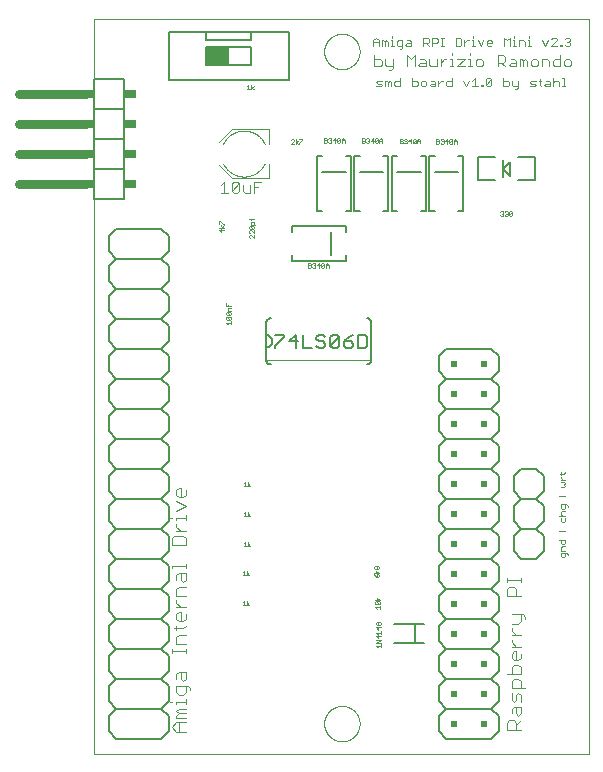
<source format=gto>
G75*
%MOIN*%
%OFA0B0*%
%FSLAX25Y25*%
%IPPOS*%
%LPD*%
%AMOC8*
5,1,8,0,0,1.08239X$1,22.5*
%
%ADD10C,0.00000*%
%ADD11C,0.00300*%
%ADD12C,0.00600*%
%ADD13C,0.00200*%
%ADD14C,0.00400*%
%ADD15C,0.00100*%
%ADD16C,0.00800*%
%ADD17C,0.00500*%
%ADD18C,0.03000*%
%ADD19R,0.02000X0.03000*%
%ADD20R,0.04000X0.03000*%
%ADD21R,0.02000X0.02000*%
%ADD22R,0.07500X0.06000*%
D10*
X0027500Y0001000D02*
X0027500Y0245961D01*
X0192500Y0246000D01*
X0192500Y0001000D01*
X0027500Y0001000D01*
X0104271Y0011000D02*
X0104273Y0011153D01*
X0104279Y0011307D01*
X0104289Y0011460D01*
X0104303Y0011612D01*
X0104321Y0011765D01*
X0104343Y0011916D01*
X0104368Y0012067D01*
X0104398Y0012218D01*
X0104432Y0012368D01*
X0104469Y0012516D01*
X0104510Y0012664D01*
X0104555Y0012810D01*
X0104604Y0012956D01*
X0104657Y0013100D01*
X0104713Y0013242D01*
X0104773Y0013383D01*
X0104837Y0013523D01*
X0104904Y0013661D01*
X0104975Y0013797D01*
X0105050Y0013931D01*
X0105127Y0014063D01*
X0105209Y0014193D01*
X0105293Y0014321D01*
X0105381Y0014447D01*
X0105472Y0014570D01*
X0105566Y0014691D01*
X0105664Y0014809D01*
X0105764Y0014925D01*
X0105868Y0015038D01*
X0105974Y0015149D01*
X0106083Y0015257D01*
X0106195Y0015362D01*
X0106309Y0015463D01*
X0106427Y0015562D01*
X0106546Y0015658D01*
X0106668Y0015751D01*
X0106793Y0015840D01*
X0106920Y0015927D01*
X0107049Y0016009D01*
X0107180Y0016089D01*
X0107313Y0016165D01*
X0107448Y0016238D01*
X0107585Y0016307D01*
X0107724Y0016372D01*
X0107864Y0016434D01*
X0108006Y0016492D01*
X0108149Y0016547D01*
X0108294Y0016598D01*
X0108440Y0016645D01*
X0108587Y0016688D01*
X0108735Y0016727D01*
X0108884Y0016763D01*
X0109034Y0016794D01*
X0109185Y0016822D01*
X0109336Y0016846D01*
X0109489Y0016866D01*
X0109641Y0016882D01*
X0109794Y0016894D01*
X0109947Y0016902D01*
X0110100Y0016906D01*
X0110254Y0016906D01*
X0110407Y0016902D01*
X0110560Y0016894D01*
X0110713Y0016882D01*
X0110865Y0016866D01*
X0111018Y0016846D01*
X0111169Y0016822D01*
X0111320Y0016794D01*
X0111470Y0016763D01*
X0111619Y0016727D01*
X0111767Y0016688D01*
X0111914Y0016645D01*
X0112060Y0016598D01*
X0112205Y0016547D01*
X0112348Y0016492D01*
X0112490Y0016434D01*
X0112630Y0016372D01*
X0112769Y0016307D01*
X0112906Y0016238D01*
X0113041Y0016165D01*
X0113174Y0016089D01*
X0113305Y0016009D01*
X0113434Y0015927D01*
X0113561Y0015840D01*
X0113686Y0015751D01*
X0113808Y0015658D01*
X0113927Y0015562D01*
X0114045Y0015463D01*
X0114159Y0015362D01*
X0114271Y0015257D01*
X0114380Y0015149D01*
X0114486Y0015038D01*
X0114590Y0014925D01*
X0114690Y0014809D01*
X0114788Y0014691D01*
X0114882Y0014570D01*
X0114973Y0014447D01*
X0115061Y0014321D01*
X0115145Y0014193D01*
X0115227Y0014063D01*
X0115304Y0013931D01*
X0115379Y0013797D01*
X0115450Y0013661D01*
X0115517Y0013523D01*
X0115581Y0013383D01*
X0115641Y0013242D01*
X0115697Y0013100D01*
X0115750Y0012956D01*
X0115799Y0012810D01*
X0115844Y0012664D01*
X0115885Y0012516D01*
X0115922Y0012368D01*
X0115956Y0012218D01*
X0115986Y0012067D01*
X0116011Y0011916D01*
X0116033Y0011765D01*
X0116051Y0011612D01*
X0116065Y0011460D01*
X0116075Y0011307D01*
X0116081Y0011153D01*
X0116083Y0011000D01*
X0116081Y0010847D01*
X0116075Y0010693D01*
X0116065Y0010540D01*
X0116051Y0010388D01*
X0116033Y0010235D01*
X0116011Y0010084D01*
X0115986Y0009933D01*
X0115956Y0009782D01*
X0115922Y0009632D01*
X0115885Y0009484D01*
X0115844Y0009336D01*
X0115799Y0009190D01*
X0115750Y0009044D01*
X0115697Y0008900D01*
X0115641Y0008758D01*
X0115581Y0008617D01*
X0115517Y0008477D01*
X0115450Y0008339D01*
X0115379Y0008203D01*
X0115304Y0008069D01*
X0115227Y0007937D01*
X0115145Y0007807D01*
X0115061Y0007679D01*
X0114973Y0007553D01*
X0114882Y0007430D01*
X0114788Y0007309D01*
X0114690Y0007191D01*
X0114590Y0007075D01*
X0114486Y0006962D01*
X0114380Y0006851D01*
X0114271Y0006743D01*
X0114159Y0006638D01*
X0114045Y0006537D01*
X0113927Y0006438D01*
X0113808Y0006342D01*
X0113686Y0006249D01*
X0113561Y0006160D01*
X0113434Y0006073D01*
X0113305Y0005991D01*
X0113174Y0005911D01*
X0113041Y0005835D01*
X0112906Y0005762D01*
X0112769Y0005693D01*
X0112630Y0005628D01*
X0112490Y0005566D01*
X0112348Y0005508D01*
X0112205Y0005453D01*
X0112060Y0005402D01*
X0111914Y0005355D01*
X0111767Y0005312D01*
X0111619Y0005273D01*
X0111470Y0005237D01*
X0111320Y0005206D01*
X0111169Y0005178D01*
X0111018Y0005154D01*
X0110865Y0005134D01*
X0110713Y0005118D01*
X0110560Y0005106D01*
X0110407Y0005098D01*
X0110254Y0005094D01*
X0110100Y0005094D01*
X0109947Y0005098D01*
X0109794Y0005106D01*
X0109641Y0005118D01*
X0109489Y0005134D01*
X0109336Y0005154D01*
X0109185Y0005178D01*
X0109034Y0005206D01*
X0108884Y0005237D01*
X0108735Y0005273D01*
X0108587Y0005312D01*
X0108440Y0005355D01*
X0108294Y0005402D01*
X0108149Y0005453D01*
X0108006Y0005508D01*
X0107864Y0005566D01*
X0107724Y0005628D01*
X0107585Y0005693D01*
X0107448Y0005762D01*
X0107313Y0005835D01*
X0107180Y0005911D01*
X0107049Y0005991D01*
X0106920Y0006073D01*
X0106793Y0006160D01*
X0106668Y0006249D01*
X0106546Y0006342D01*
X0106427Y0006438D01*
X0106309Y0006537D01*
X0106195Y0006638D01*
X0106083Y0006743D01*
X0105974Y0006851D01*
X0105868Y0006962D01*
X0105764Y0007075D01*
X0105664Y0007191D01*
X0105566Y0007309D01*
X0105472Y0007430D01*
X0105381Y0007553D01*
X0105293Y0007679D01*
X0105209Y0007807D01*
X0105127Y0007937D01*
X0105050Y0008069D01*
X0104975Y0008203D01*
X0104904Y0008339D01*
X0104837Y0008477D01*
X0104773Y0008617D01*
X0104713Y0008758D01*
X0104657Y0008900D01*
X0104604Y0009044D01*
X0104555Y0009190D01*
X0104510Y0009336D01*
X0104469Y0009484D01*
X0104432Y0009632D01*
X0104398Y0009782D01*
X0104368Y0009933D01*
X0104343Y0010084D01*
X0104321Y0010235D01*
X0104303Y0010388D01*
X0104289Y0010540D01*
X0104279Y0010693D01*
X0104273Y0010847D01*
X0104271Y0011000D01*
X0104271Y0235055D02*
X0104273Y0235208D01*
X0104279Y0235362D01*
X0104289Y0235515D01*
X0104303Y0235667D01*
X0104321Y0235820D01*
X0104343Y0235971D01*
X0104368Y0236122D01*
X0104398Y0236273D01*
X0104432Y0236423D01*
X0104469Y0236571D01*
X0104510Y0236719D01*
X0104555Y0236865D01*
X0104604Y0237011D01*
X0104657Y0237155D01*
X0104713Y0237297D01*
X0104773Y0237438D01*
X0104837Y0237578D01*
X0104904Y0237716D01*
X0104975Y0237852D01*
X0105050Y0237986D01*
X0105127Y0238118D01*
X0105209Y0238248D01*
X0105293Y0238376D01*
X0105381Y0238502D01*
X0105472Y0238625D01*
X0105566Y0238746D01*
X0105664Y0238864D01*
X0105764Y0238980D01*
X0105868Y0239093D01*
X0105974Y0239204D01*
X0106083Y0239312D01*
X0106195Y0239417D01*
X0106309Y0239518D01*
X0106427Y0239617D01*
X0106546Y0239713D01*
X0106668Y0239806D01*
X0106793Y0239895D01*
X0106920Y0239982D01*
X0107049Y0240064D01*
X0107180Y0240144D01*
X0107313Y0240220D01*
X0107448Y0240293D01*
X0107585Y0240362D01*
X0107724Y0240427D01*
X0107864Y0240489D01*
X0108006Y0240547D01*
X0108149Y0240602D01*
X0108294Y0240653D01*
X0108440Y0240700D01*
X0108587Y0240743D01*
X0108735Y0240782D01*
X0108884Y0240818D01*
X0109034Y0240849D01*
X0109185Y0240877D01*
X0109336Y0240901D01*
X0109489Y0240921D01*
X0109641Y0240937D01*
X0109794Y0240949D01*
X0109947Y0240957D01*
X0110100Y0240961D01*
X0110254Y0240961D01*
X0110407Y0240957D01*
X0110560Y0240949D01*
X0110713Y0240937D01*
X0110865Y0240921D01*
X0111018Y0240901D01*
X0111169Y0240877D01*
X0111320Y0240849D01*
X0111470Y0240818D01*
X0111619Y0240782D01*
X0111767Y0240743D01*
X0111914Y0240700D01*
X0112060Y0240653D01*
X0112205Y0240602D01*
X0112348Y0240547D01*
X0112490Y0240489D01*
X0112630Y0240427D01*
X0112769Y0240362D01*
X0112906Y0240293D01*
X0113041Y0240220D01*
X0113174Y0240144D01*
X0113305Y0240064D01*
X0113434Y0239982D01*
X0113561Y0239895D01*
X0113686Y0239806D01*
X0113808Y0239713D01*
X0113927Y0239617D01*
X0114045Y0239518D01*
X0114159Y0239417D01*
X0114271Y0239312D01*
X0114380Y0239204D01*
X0114486Y0239093D01*
X0114590Y0238980D01*
X0114690Y0238864D01*
X0114788Y0238746D01*
X0114882Y0238625D01*
X0114973Y0238502D01*
X0115061Y0238376D01*
X0115145Y0238248D01*
X0115227Y0238118D01*
X0115304Y0237986D01*
X0115379Y0237852D01*
X0115450Y0237716D01*
X0115517Y0237578D01*
X0115581Y0237438D01*
X0115641Y0237297D01*
X0115697Y0237155D01*
X0115750Y0237011D01*
X0115799Y0236865D01*
X0115844Y0236719D01*
X0115885Y0236571D01*
X0115922Y0236423D01*
X0115956Y0236273D01*
X0115986Y0236122D01*
X0116011Y0235971D01*
X0116033Y0235820D01*
X0116051Y0235667D01*
X0116065Y0235515D01*
X0116075Y0235362D01*
X0116081Y0235208D01*
X0116083Y0235055D01*
X0116081Y0234902D01*
X0116075Y0234748D01*
X0116065Y0234595D01*
X0116051Y0234443D01*
X0116033Y0234290D01*
X0116011Y0234139D01*
X0115986Y0233988D01*
X0115956Y0233837D01*
X0115922Y0233687D01*
X0115885Y0233539D01*
X0115844Y0233391D01*
X0115799Y0233245D01*
X0115750Y0233099D01*
X0115697Y0232955D01*
X0115641Y0232813D01*
X0115581Y0232672D01*
X0115517Y0232532D01*
X0115450Y0232394D01*
X0115379Y0232258D01*
X0115304Y0232124D01*
X0115227Y0231992D01*
X0115145Y0231862D01*
X0115061Y0231734D01*
X0114973Y0231608D01*
X0114882Y0231485D01*
X0114788Y0231364D01*
X0114690Y0231246D01*
X0114590Y0231130D01*
X0114486Y0231017D01*
X0114380Y0230906D01*
X0114271Y0230798D01*
X0114159Y0230693D01*
X0114045Y0230592D01*
X0113927Y0230493D01*
X0113808Y0230397D01*
X0113686Y0230304D01*
X0113561Y0230215D01*
X0113434Y0230128D01*
X0113305Y0230046D01*
X0113174Y0229966D01*
X0113041Y0229890D01*
X0112906Y0229817D01*
X0112769Y0229748D01*
X0112630Y0229683D01*
X0112490Y0229621D01*
X0112348Y0229563D01*
X0112205Y0229508D01*
X0112060Y0229457D01*
X0111914Y0229410D01*
X0111767Y0229367D01*
X0111619Y0229328D01*
X0111470Y0229292D01*
X0111320Y0229261D01*
X0111169Y0229233D01*
X0111018Y0229209D01*
X0110865Y0229189D01*
X0110713Y0229173D01*
X0110560Y0229161D01*
X0110407Y0229153D01*
X0110254Y0229149D01*
X0110100Y0229149D01*
X0109947Y0229153D01*
X0109794Y0229161D01*
X0109641Y0229173D01*
X0109489Y0229189D01*
X0109336Y0229209D01*
X0109185Y0229233D01*
X0109034Y0229261D01*
X0108884Y0229292D01*
X0108735Y0229328D01*
X0108587Y0229367D01*
X0108440Y0229410D01*
X0108294Y0229457D01*
X0108149Y0229508D01*
X0108006Y0229563D01*
X0107864Y0229621D01*
X0107724Y0229683D01*
X0107585Y0229748D01*
X0107448Y0229817D01*
X0107313Y0229890D01*
X0107180Y0229966D01*
X0107049Y0230046D01*
X0106920Y0230128D01*
X0106793Y0230215D01*
X0106668Y0230304D01*
X0106546Y0230397D01*
X0106427Y0230493D01*
X0106309Y0230592D01*
X0106195Y0230693D01*
X0106083Y0230798D01*
X0105974Y0230906D01*
X0105868Y0231017D01*
X0105764Y0231130D01*
X0105664Y0231246D01*
X0105566Y0231364D01*
X0105472Y0231485D01*
X0105381Y0231608D01*
X0105293Y0231734D01*
X0105209Y0231862D01*
X0105127Y0231992D01*
X0105050Y0232124D01*
X0104975Y0232258D01*
X0104904Y0232394D01*
X0104837Y0232532D01*
X0104773Y0232672D01*
X0104713Y0232813D01*
X0104657Y0232955D01*
X0104604Y0233099D01*
X0104555Y0233245D01*
X0104510Y0233391D01*
X0104469Y0233539D01*
X0104432Y0233687D01*
X0104398Y0233837D01*
X0104368Y0233988D01*
X0104343Y0234139D01*
X0104321Y0234290D01*
X0104303Y0234443D01*
X0104289Y0234595D01*
X0104279Y0234748D01*
X0104273Y0234902D01*
X0104271Y0235055D01*
D11*
X0120563Y0236780D02*
X0120563Y0238715D01*
X0121531Y0239682D01*
X0122498Y0238715D01*
X0122498Y0236780D01*
X0123510Y0236780D02*
X0123510Y0238715D01*
X0123994Y0238715D01*
X0124477Y0238231D01*
X0124961Y0238715D01*
X0125445Y0238231D01*
X0125445Y0236780D01*
X0124477Y0236780D02*
X0124477Y0238231D01*
X0122498Y0238231D02*
X0120563Y0238231D01*
X0120957Y0233790D02*
X0120957Y0230087D01*
X0122809Y0230087D01*
X0123426Y0230704D01*
X0123426Y0231939D01*
X0122809Y0232556D01*
X0120957Y0232556D01*
X0124640Y0232556D02*
X0124640Y0230704D01*
X0125257Y0230087D01*
X0127109Y0230087D01*
X0127109Y0229470D02*
X0126492Y0228853D01*
X0125875Y0228853D01*
X0127109Y0229470D02*
X0127109Y0232556D01*
X0129388Y0235812D02*
X0129872Y0235812D01*
X0130356Y0236296D01*
X0130356Y0238715D01*
X0128905Y0238715D01*
X0128421Y0238231D01*
X0128421Y0237264D01*
X0128905Y0236780D01*
X0130356Y0236780D01*
X0131367Y0237264D02*
X0131851Y0237747D01*
X0133302Y0237747D01*
X0133302Y0238231D02*
X0133302Y0236780D01*
X0131851Y0236780D01*
X0131367Y0237264D01*
X0131851Y0238715D02*
X0132819Y0238715D01*
X0133302Y0238231D01*
X0137260Y0237747D02*
X0138712Y0237747D01*
X0139195Y0238231D01*
X0139195Y0239199D01*
X0138712Y0239682D01*
X0137260Y0239682D01*
X0137260Y0236780D01*
X0138228Y0237747D02*
X0139195Y0236780D01*
X0140207Y0236780D02*
X0140207Y0239682D01*
X0141658Y0239682D01*
X0142142Y0239199D01*
X0142142Y0238231D01*
X0141658Y0237747D01*
X0140207Y0237747D01*
X0143153Y0236780D02*
X0144121Y0236780D01*
X0143637Y0236780D02*
X0143637Y0239682D01*
X0143153Y0239682D02*
X0144121Y0239682D01*
X0148064Y0239682D02*
X0148064Y0236780D01*
X0149515Y0236780D01*
X0149999Y0237264D01*
X0149999Y0239199D01*
X0149515Y0239682D01*
X0148064Y0239682D01*
X0151011Y0238715D02*
X0151011Y0236780D01*
X0151011Y0237747D02*
X0151978Y0238715D01*
X0152462Y0238715D01*
X0153466Y0238715D02*
X0153950Y0238715D01*
X0153950Y0236780D01*
X0153466Y0236780D02*
X0154434Y0236780D01*
X0156398Y0236780D02*
X0155431Y0238715D01*
X0153950Y0239682D02*
X0153950Y0240166D01*
X0157365Y0238715D02*
X0156398Y0236780D01*
X0158377Y0237264D02*
X0158377Y0238231D01*
X0158861Y0238715D01*
X0159828Y0238715D01*
X0160312Y0238231D01*
X0160312Y0237747D01*
X0158377Y0237747D01*
X0158377Y0237264D02*
X0158861Y0236780D01*
X0159828Y0236780D01*
X0162086Y0233790D02*
X0163937Y0233790D01*
X0164554Y0233173D01*
X0164554Y0231939D01*
X0163937Y0231321D01*
X0162086Y0231321D01*
X0163320Y0231321D02*
X0164554Y0230087D01*
X0165769Y0230704D02*
X0166386Y0231321D01*
X0168237Y0231321D01*
X0168237Y0231939D02*
X0168237Y0230087D01*
X0166386Y0230087D01*
X0165769Y0230704D01*
X0166386Y0232556D02*
X0167620Y0232556D01*
X0168237Y0231939D01*
X0169452Y0232556D02*
X0170069Y0232556D01*
X0170686Y0231939D01*
X0171303Y0232556D01*
X0171921Y0231939D01*
X0171921Y0230087D01*
X0170686Y0230087D02*
X0170686Y0231939D01*
X0169452Y0232556D02*
X0169452Y0230087D01*
X0173135Y0230704D02*
X0173752Y0230087D01*
X0174987Y0230087D01*
X0175604Y0230704D01*
X0175604Y0231939D01*
X0174987Y0232556D01*
X0173752Y0232556D01*
X0173135Y0231939D01*
X0173135Y0230704D01*
X0176818Y0230087D02*
X0176818Y0232556D01*
X0178670Y0232556D01*
X0179287Y0231939D01*
X0179287Y0230087D01*
X0180501Y0230704D02*
X0180501Y0231939D01*
X0181118Y0232556D01*
X0182970Y0232556D01*
X0182970Y0233790D02*
X0182970Y0230087D01*
X0181118Y0230087D01*
X0180501Y0230704D01*
X0184184Y0230704D02*
X0184802Y0230087D01*
X0186036Y0230087D01*
X0186653Y0230704D01*
X0186653Y0231939D01*
X0186036Y0232556D01*
X0184802Y0232556D01*
X0184184Y0231939D01*
X0184184Y0230704D01*
X0184066Y0226297D02*
X0183582Y0226297D01*
X0184066Y0226297D02*
X0184066Y0223394D01*
X0184549Y0223394D02*
X0183582Y0223394D01*
X0182570Y0223394D02*
X0182570Y0224845D01*
X0182087Y0225329D01*
X0181119Y0225329D01*
X0180635Y0224845D01*
X0179624Y0224845D02*
X0179624Y0223394D01*
X0178173Y0223394D01*
X0177689Y0223878D01*
X0178173Y0224362D01*
X0179624Y0224362D01*
X0179624Y0224845D02*
X0179140Y0225329D01*
X0178173Y0225329D01*
X0176692Y0225329D02*
X0175725Y0225329D01*
X0176208Y0225813D02*
X0176208Y0223878D01*
X0176692Y0223394D01*
X0174713Y0223878D02*
X0174229Y0224362D01*
X0173262Y0224362D01*
X0172778Y0224845D01*
X0173262Y0225329D01*
X0174713Y0225329D01*
X0174713Y0223878D02*
X0174229Y0223394D01*
X0172778Y0223394D01*
X0168820Y0223394D02*
X0167369Y0223394D01*
X0166885Y0223878D01*
X0166885Y0225329D01*
X0165874Y0224845D02*
X0165874Y0223878D01*
X0165390Y0223394D01*
X0163939Y0223394D01*
X0163939Y0226297D01*
X0163939Y0225329D02*
X0165390Y0225329D01*
X0165874Y0224845D01*
X0167853Y0222427D02*
X0168336Y0222427D01*
X0168820Y0222910D01*
X0168820Y0225329D01*
X0162086Y0230087D02*
X0162086Y0233790D01*
X0164270Y0236780D02*
X0164270Y0239682D01*
X0165238Y0238715D01*
X0166205Y0239682D01*
X0166205Y0236780D01*
X0167217Y0236780D02*
X0168184Y0236780D01*
X0167700Y0236780D02*
X0167700Y0238715D01*
X0167217Y0238715D01*
X0167700Y0239682D02*
X0167700Y0240166D01*
X0169181Y0238715D02*
X0170632Y0238715D01*
X0171116Y0238231D01*
X0171116Y0236780D01*
X0172127Y0236780D02*
X0173095Y0236780D01*
X0172611Y0236780D02*
X0172611Y0238715D01*
X0172127Y0238715D01*
X0172611Y0239682D02*
X0172611Y0240166D01*
X0169181Y0238715D02*
X0169181Y0236780D01*
X0177038Y0238715D02*
X0178006Y0236780D01*
X0178973Y0238715D01*
X0179985Y0239199D02*
X0180469Y0239682D01*
X0181436Y0239682D01*
X0181920Y0239199D01*
X0181920Y0238715D01*
X0179985Y0236780D01*
X0181920Y0236780D01*
X0182931Y0236780D02*
X0183415Y0236780D01*
X0183415Y0237264D01*
X0182931Y0237264D01*
X0182931Y0236780D01*
X0184405Y0237264D02*
X0184888Y0236780D01*
X0185856Y0236780D01*
X0186340Y0237264D01*
X0186340Y0237747D01*
X0185856Y0238231D01*
X0185372Y0238231D01*
X0185856Y0238231D02*
X0186340Y0238715D01*
X0186340Y0239199D01*
X0185856Y0239682D01*
X0184888Y0239682D01*
X0184405Y0239199D01*
X0180635Y0226297D02*
X0180635Y0223394D01*
X0159980Y0223878D02*
X0159497Y0223394D01*
X0158529Y0223394D01*
X0158045Y0223878D01*
X0159980Y0225813D01*
X0159980Y0223878D01*
X0158045Y0223878D02*
X0158045Y0225813D01*
X0158529Y0226297D01*
X0159497Y0226297D01*
X0159980Y0225813D01*
X0157056Y0223878D02*
X0157056Y0223394D01*
X0156572Y0223394D01*
X0156572Y0223878D01*
X0157056Y0223878D01*
X0155561Y0223394D02*
X0153626Y0223394D01*
X0154593Y0223394D02*
X0154593Y0226297D01*
X0153626Y0225329D01*
X0152614Y0225329D02*
X0151647Y0223394D01*
X0150679Y0225329D01*
X0146721Y0225329D02*
X0145270Y0225329D01*
X0144786Y0224845D01*
X0144786Y0223878D01*
X0145270Y0223394D01*
X0146721Y0223394D01*
X0146721Y0226297D01*
X0143782Y0225329D02*
X0143298Y0225329D01*
X0142331Y0224362D01*
X0142331Y0225329D02*
X0142331Y0223394D01*
X0141319Y0223394D02*
X0139868Y0223394D01*
X0139384Y0223878D01*
X0139868Y0224362D01*
X0141319Y0224362D01*
X0141319Y0224845D02*
X0141319Y0223394D01*
X0141319Y0224845D02*
X0140835Y0225329D01*
X0139868Y0225329D01*
X0138373Y0224845D02*
X0138373Y0223878D01*
X0137889Y0223394D01*
X0136921Y0223394D01*
X0136438Y0223878D01*
X0136438Y0224845D01*
X0136921Y0225329D01*
X0137889Y0225329D01*
X0138373Y0224845D01*
X0135426Y0224845D02*
X0135426Y0223878D01*
X0134942Y0223394D01*
X0133491Y0223394D01*
X0133491Y0226297D01*
X0133491Y0225329D02*
X0134942Y0225329D01*
X0135426Y0224845D01*
X0136307Y0230087D02*
X0135690Y0230704D01*
X0136307Y0231321D01*
X0138158Y0231321D01*
X0138158Y0231939D02*
X0138158Y0230087D01*
X0136307Y0230087D01*
X0134475Y0230087D02*
X0134475Y0233790D01*
X0133241Y0232556D01*
X0132007Y0233790D01*
X0132007Y0230087D01*
X0129533Y0226297D02*
X0129533Y0223394D01*
X0128082Y0223394D01*
X0127598Y0223878D01*
X0127598Y0224845D01*
X0128082Y0225329D01*
X0129533Y0225329D01*
X0126587Y0224845D02*
X0126587Y0223394D01*
X0125619Y0223394D02*
X0125619Y0224845D01*
X0126103Y0225329D01*
X0126587Y0224845D01*
X0125619Y0224845D02*
X0125135Y0225329D01*
X0124652Y0225329D01*
X0124652Y0223394D01*
X0123640Y0223878D02*
X0123156Y0224362D01*
X0122189Y0224362D01*
X0121705Y0224845D01*
X0122189Y0225329D01*
X0123640Y0225329D01*
X0123640Y0223878D02*
X0123156Y0223394D01*
X0121705Y0223394D01*
X0126456Y0236780D02*
X0127424Y0236780D01*
X0126940Y0236780D02*
X0126940Y0238715D01*
X0126456Y0238715D01*
X0126940Y0239682D02*
X0126940Y0240166D01*
X0136307Y0232556D02*
X0137541Y0232556D01*
X0138158Y0231939D01*
X0139373Y0232556D02*
X0139373Y0230704D01*
X0139990Y0230087D01*
X0141842Y0230087D01*
X0141842Y0232556D01*
X0143056Y0232556D02*
X0143056Y0230087D01*
X0143056Y0231321D02*
X0144290Y0232556D01*
X0144908Y0232556D01*
X0146125Y0232556D02*
X0146742Y0232556D01*
X0146742Y0230087D01*
X0146125Y0230087D02*
X0147360Y0230087D01*
X0148581Y0230087D02*
X0151049Y0230087D01*
X0152264Y0230087D02*
X0153498Y0230087D01*
X0152881Y0230087D02*
X0152881Y0232556D01*
X0152264Y0232556D01*
X0151049Y0232556D02*
X0148581Y0230087D01*
X0148581Y0232556D02*
X0151049Y0232556D01*
X0152881Y0233790D02*
X0152881Y0234407D01*
X0155336Y0232556D02*
X0154719Y0231939D01*
X0154719Y0230704D01*
X0155336Y0230087D01*
X0156571Y0230087D01*
X0157188Y0230704D01*
X0157188Y0231939D01*
X0156571Y0232556D01*
X0155336Y0232556D01*
X0146742Y0233790D02*
X0146742Y0234407D01*
X0083325Y0191700D02*
X0080857Y0191700D01*
X0080857Y0187996D01*
X0079642Y0187996D02*
X0079642Y0190465D01*
X0080857Y0189848D02*
X0082091Y0189848D01*
X0079642Y0187996D02*
X0077791Y0187996D01*
X0077173Y0188614D01*
X0077173Y0190465D01*
X0075959Y0191082D02*
X0073490Y0188614D01*
X0074108Y0187996D01*
X0075342Y0187996D01*
X0075959Y0188614D01*
X0075959Y0191082D01*
X0075342Y0191700D01*
X0074108Y0191700D01*
X0073490Y0191082D01*
X0073490Y0188614D01*
X0072276Y0187996D02*
X0069807Y0187996D01*
X0071042Y0187996D02*
X0071042Y0191700D01*
X0069807Y0190465D01*
D12*
X0052500Y0173500D02*
X0052500Y0168500D01*
X0050000Y0166000D01*
X0035000Y0166000D01*
X0032500Y0163500D01*
X0032500Y0158500D01*
X0035000Y0156000D01*
X0050000Y0156000D01*
X0052500Y0153500D01*
X0052500Y0148500D01*
X0050000Y0146000D01*
X0035000Y0146000D01*
X0032500Y0143500D01*
X0032500Y0138500D01*
X0035000Y0136000D01*
X0050000Y0136000D01*
X0052500Y0133500D01*
X0052500Y0128500D01*
X0050000Y0126000D01*
X0035000Y0126000D01*
X0032500Y0123500D01*
X0032500Y0118500D01*
X0035000Y0116000D01*
X0050000Y0116000D01*
X0052500Y0113500D01*
X0052500Y0108500D01*
X0050000Y0106000D01*
X0035000Y0106000D01*
X0032500Y0108500D01*
X0032500Y0113500D01*
X0035000Y0116000D01*
X0035000Y0106000D02*
X0032500Y0103500D01*
X0032500Y0098500D01*
X0035000Y0096000D01*
X0050000Y0096000D01*
X0052500Y0093500D01*
X0052500Y0088500D01*
X0050000Y0086000D01*
X0035000Y0086000D01*
X0032500Y0088500D01*
X0032500Y0093500D01*
X0035000Y0096000D01*
X0035000Y0086000D02*
X0032500Y0083500D01*
X0032500Y0078500D01*
X0035000Y0076000D01*
X0050000Y0076000D01*
X0052500Y0073500D01*
X0052500Y0068500D01*
X0050000Y0066000D01*
X0035000Y0066000D01*
X0032500Y0068500D01*
X0032500Y0073500D01*
X0035000Y0076000D01*
X0035000Y0066000D02*
X0032500Y0063500D01*
X0032500Y0058500D01*
X0035000Y0056000D01*
X0050000Y0056000D01*
X0052500Y0053500D01*
X0052500Y0048500D01*
X0050000Y0046000D01*
X0035000Y0046000D01*
X0032500Y0048500D01*
X0032500Y0053500D01*
X0035000Y0056000D01*
X0035000Y0046000D02*
X0032500Y0043500D01*
X0032500Y0038500D01*
X0035000Y0036000D01*
X0050000Y0036000D01*
X0052500Y0033500D01*
X0052500Y0028500D01*
X0050000Y0026000D01*
X0035000Y0026000D01*
X0032500Y0028500D01*
X0032500Y0033500D01*
X0035000Y0036000D01*
X0035000Y0026000D02*
X0032500Y0023500D01*
X0032500Y0018500D01*
X0035000Y0016000D01*
X0050000Y0016000D01*
X0052500Y0013500D01*
X0052500Y0008500D01*
X0050000Y0006000D01*
X0035000Y0006000D01*
X0032500Y0008500D01*
X0032500Y0013500D01*
X0035000Y0016000D01*
X0050000Y0016000D02*
X0052500Y0018500D01*
X0052500Y0023500D01*
X0050000Y0026000D01*
X0050000Y0036000D02*
X0052500Y0038500D01*
X0052500Y0043500D01*
X0050000Y0046000D01*
X0050000Y0056000D02*
X0052500Y0058500D01*
X0052500Y0063500D01*
X0050000Y0066000D01*
X0050000Y0076000D02*
X0052500Y0078500D01*
X0052500Y0083500D01*
X0050000Y0086000D01*
X0050000Y0096000D02*
X0052500Y0098500D01*
X0052500Y0103500D01*
X0050000Y0106000D01*
X0050000Y0116000D02*
X0052500Y0118500D01*
X0052500Y0123500D01*
X0050000Y0126000D01*
X0050000Y0136000D02*
X0052500Y0138500D01*
X0052500Y0143500D01*
X0050000Y0146000D01*
X0050000Y0156000D02*
X0052500Y0158500D01*
X0052500Y0163500D01*
X0050000Y0166000D01*
X0052500Y0173500D02*
X0050000Y0176000D01*
X0035000Y0176000D01*
X0032500Y0173500D01*
X0032500Y0168500D01*
X0035000Y0166000D01*
X0035000Y0156000D02*
X0032500Y0153500D01*
X0032500Y0148500D01*
X0035000Y0146000D01*
X0035000Y0136000D02*
X0032500Y0133500D01*
X0032500Y0128500D01*
X0035000Y0126000D01*
X0037500Y0186000D02*
X0027500Y0186000D01*
X0027500Y0196000D01*
X0027500Y0206000D01*
X0027500Y0216000D01*
X0027500Y0226000D01*
X0037500Y0226000D01*
X0037500Y0216000D01*
X0027500Y0216000D01*
X0027500Y0206000D02*
X0037500Y0206000D01*
X0037500Y0216000D01*
X0037500Y0206000D02*
X0037500Y0196000D01*
X0027500Y0196000D01*
X0037500Y0196000D02*
X0037500Y0186000D01*
X0052500Y0225500D02*
X0092500Y0225500D01*
X0092500Y0241500D01*
X0080000Y0241500D01*
X0080000Y0239000D01*
X0065000Y0239000D01*
X0065000Y0241500D01*
X0052500Y0241500D01*
X0052500Y0225500D01*
X0065000Y0230500D02*
X0065000Y0236500D01*
X0080000Y0236500D01*
X0080000Y0230500D01*
X0065000Y0230500D01*
X0065000Y0241500D02*
X0080000Y0241500D01*
X0085000Y0144700D02*
X0085000Y0140500D01*
X0085000Y0136500D01*
X0085000Y0132300D01*
X0085002Y0132224D01*
X0085008Y0132148D01*
X0085017Y0132073D01*
X0085031Y0131998D01*
X0085048Y0131924D01*
X0085069Y0131851D01*
X0085093Y0131779D01*
X0085122Y0131708D01*
X0085153Y0131639D01*
X0085188Y0131572D01*
X0085227Y0131507D01*
X0085269Y0131443D01*
X0085314Y0131382D01*
X0085362Y0131323D01*
X0085413Y0131267D01*
X0085467Y0131213D01*
X0085523Y0131162D01*
X0085582Y0131114D01*
X0085643Y0131069D01*
X0085707Y0131027D01*
X0085772Y0130988D01*
X0085839Y0130953D01*
X0085908Y0130922D01*
X0085979Y0130893D01*
X0086051Y0130869D01*
X0086124Y0130848D01*
X0086198Y0130831D01*
X0086273Y0130817D01*
X0086348Y0130808D01*
X0086424Y0130802D01*
X0086500Y0130800D01*
X0085000Y0136500D02*
X0085088Y0136502D01*
X0085177Y0136508D01*
X0085265Y0136518D01*
X0085352Y0136531D01*
X0085439Y0136549D01*
X0085525Y0136570D01*
X0085610Y0136595D01*
X0085693Y0136624D01*
X0085776Y0136657D01*
X0085856Y0136693D01*
X0085935Y0136732D01*
X0086013Y0136775D01*
X0086088Y0136822D01*
X0086161Y0136872D01*
X0086232Y0136925D01*
X0086301Y0136981D01*
X0086367Y0137040D01*
X0086430Y0137102D01*
X0086490Y0137166D01*
X0086548Y0137233D01*
X0086602Y0137303D01*
X0086654Y0137375D01*
X0086702Y0137449D01*
X0086747Y0137526D01*
X0086788Y0137604D01*
X0086826Y0137684D01*
X0086860Y0137765D01*
X0086891Y0137848D01*
X0086918Y0137933D01*
X0086941Y0138018D01*
X0086960Y0138104D01*
X0086976Y0138192D01*
X0086988Y0138279D01*
X0086996Y0138367D01*
X0087000Y0138456D01*
X0087000Y0138544D01*
X0086996Y0138633D01*
X0086988Y0138721D01*
X0086976Y0138808D01*
X0086960Y0138896D01*
X0086941Y0138982D01*
X0086918Y0139067D01*
X0086891Y0139152D01*
X0086860Y0139235D01*
X0086826Y0139316D01*
X0086788Y0139396D01*
X0086747Y0139474D01*
X0086702Y0139551D01*
X0086654Y0139625D01*
X0086602Y0139697D01*
X0086548Y0139767D01*
X0086490Y0139834D01*
X0086430Y0139898D01*
X0086367Y0139960D01*
X0086301Y0140019D01*
X0086232Y0140075D01*
X0086161Y0140128D01*
X0086088Y0140178D01*
X0086013Y0140225D01*
X0085935Y0140268D01*
X0085856Y0140307D01*
X0085776Y0140343D01*
X0085693Y0140376D01*
X0085610Y0140405D01*
X0085525Y0140430D01*
X0085439Y0140451D01*
X0085352Y0140469D01*
X0085265Y0140482D01*
X0085177Y0140492D01*
X0085088Y0140498D01*
X0085000Y0140500D01*
X0085000Y0144700D02*
X0085002Y0144776D01*
X0085008Y0144852D01*
X0085017Y0144927D01*
X0085031Y0145002D01*
X0085048Y0145076D01*
X0085069Y0145149D01*
X0085093Y0145221D01*
X0085122Y0145292D01*
X0085153Y0145361D01*
X0085188Y0145428D01*
X0085227Y0145493D01*
X0085269Y0145557D01*
X0085314Y0145618D01*
X0085362Y0145677D01*
X0085413Y0145733D01*
X0085467Y0145787D01*
X0085523Y0145838D01*
X0085582Y0145886D01*
X0085643Y0145931D01*
X0085707Y0145973D01*
X0085772Y0146012D01*
X0085839Y0146047D01*
X0085908Y0146078D01*
X0085979Y0146107D01*
X0086051Y0146131D01*
X0086124Y0146152D01*
X0086198Y0146169D01*
X0086273Y0146183D01*
X0086348Y0146192D01*
X0086424Y0146198D01*
X0086500Y0146200D01*
X0118500Y0146200D02*
X0118576Y0146198D01*
X0118652Y0146192D01*
X0118727Y0146183D01*
X0118802Y0146169D01*
X0118876Y0146152D01*
X0118949Y0146131D01*
X0119021Y0146107D01*
X0119092Y0146078D01*
X0119161Y0146047D01*
X0119228Y0146012D01*
X0119293Y0145973D01*
X0119357Y0145931D01*
X0119418Y0145886D01*
X0119477Y0145838D01*
X0119533Y0145787D01*
X0119587Y0145733D01*
X0119638Y0145677D01*
X0119686Y0145618D01*
X0119731Y0145557D01*
X0119773Y0145493D01*
X0119812Y0145428D01*
X0119847Y0145361D01*
X0119878Y0145292D01*
X0119907Y0145221D01*
X0119931Y0145149D01*
X0119952Y0145076D01*
X0119969Y0145002D01*
X0119983Y0144927D01*
X0119992Y0144852D01*
X0119998Y0144776D01*
X0120000Y0144700D01*
X0120000Y0132300D01*
X0119998Y0132224D01*
X0119992Y0132148D01*
X0119983Y0132073D01*
X0119969Y0131998D01*
X0119952Y0131924D01*
X0119931Y0131851D01*
X0119907Y0131779D01*
X0119878Y0131708D01*
X0119847Y0131639D01*
X0119812Y0131572D01*
X0119773Y0131507D01*
X0119731Y0131443D01*
X0119686Y0131382D01*
X0119638Y0131323D01*
X0119587Y0131267D01*
X0119533Y0131213D01*
X0119477Y0131162D01*
X0119418Y0131114D01*
X0119357Y0131069D01*
X0119293Y0131027D01*
X0119228Y0130988D01*
X0119161Y0130953D01*
X0119092Y0130922D01*
X0119021Y0130893D01*
X0118949Y0130869D01*
X0118876Y0130848D01*
X0118802Y0130831D01*
X0118727Y0130817D01*
X0118652Y0130808D01*
X0118576Y0130802D01*
X0118500Y0130800D01*
X0142500Y0128500D02*
X0145000Y0126000D01*
X0160000Y0126000D01*
X0162500Y0123500D01*
X0162500Y0118500D01*
X0160000Y0116000D01*
X0145000Y0116000D01*
X0142500Y0113500D01*
X0142500Y0108500D01*
X0145000Y0106000D01*
X0160000Y0106000D01*
X0162500Y0103500D01*
X0162500Y0098500D01*
X0160000Y0096000D01*
X0145000Y0096000D01*
X0142500Y0093500D01*
X0142500Y0088500D01*
X0145000Y0086000D01*
X0160000Y0086000D01*
X0162500Y0083500D01*
X0162500Y0078500D01*
X0160000Y0076000D01*
X0145000Y0076000D01*
X0142500Y0073500D01*
X0142500Y0068500D01*
X0145000Y0066000D01*
X0160000Y0066000D01*
X0162500Y0063500D01*
X0162500Y0058500D01*
X0160000Y0056000D01*
X0145000Y0056000D01*
X0142500Y0058500D01*
X0142500Y0063500D01*
X0145000Y0066000D01*
X0145000Y0056000D02*
X0142500Y0053500D01*
X0142500Y0048500D01*
X0145000Y0046000D01*
X0160000Y0046000D01*
X0162500Y0043500D01*
X0162500Y0038500D01*
X0160000Y0036000D01*
X0145000Y0036000D01*
X0142500Y0038500D01*
X0142500Y0043500D01*
X0145000Y0046000D01*
X0145000Y0036000D02*
X0142500Y0033500D01*
X0142500Y0028500D01*
X0145000Y0026000D01*
X0160000Y0026000D01*
X0162500Y0023500D01*
X0162500Y0018500D01*
X0160000Y0016000D01*
X0162500Y0013500D01*
X0162500Y0008500D01*
X0160000Y0006000D01*
X0145000Y0006000D01*
X0142500Y0008500D01*
X0142500Y0013500D01*
X0145000Y0016000D01*
X0160000Y0016000D01*
X0160000Y0026000D02*
X0162500Y0028500D01*
X0162500Y0033500D01*
X0160000Y0036000D01*
X0160000Y0046000D02*
X0162500Y0048500D01*
X0162500Y0053500D01*
X0160000Y0056000D01*
X0160000Y0066000D02*
X0162500Y0068500D01*
X0162500Y0073500D01*
X0160000Y0076000D01*
X0167500Y0073500D02*
X0167500Y0068500D01*
X0170000Y0066000D01*
X0175000Y0066000D01*
X0177500Y0068500D01*
X0177500Y0073500D01*
X0175000Y0076000D01*
X0170000Y0076000D01*
X0167500Y0073500D01*
X0170000Y0076000D02*
X0167500Y0078500D01*
X0167500Y0083500D01*
X0170000Y0086000D01*
X0167500Y0088500D01*
X0167500Y0093500D01*
X0170000Y0096000D01*
X0175000Y0096000D01*
X0177500Y0093500D01*
X0177500Y0088500D01*
X0175000Y0086000D01*
X0177500Y0083500D01*
X0177500Y0078500D01*
X0175000Y0076000D01*
X0175000Y0086000D02*
X0170000Y0086000D01*
X0162500Y0088500D02*
X0160000Y0086000D01*
X0162500Y0088500D02*
X0162500Y0093500D01*
X0160000Y0096000D01*
X0160000Y0106000D02*
X0162500Y0108500D01*
X0162500Y0113500D01*
X0160000Y0116000D01*
X0160000Y0126000D02*
X0162500Y0128500D01*
X0162500Y0133500D01*
X0160000Y0136000D01*
X0145000Y0136000D01*
X0142500Y0133500D01*
X0142500Y0128500D01*
X0145000Y0126000D02*
X0142500Y0123500D01*
X0142500Y0118500D01*
X0145000Y0116000D01*
X0145000Y0106000D02*
X0142500Y0103500D01*
X0142500Y0098500D01*
X0145000Y0096000D01*
X0145000Y0086000D02*
X0142500Y0083500D01*
X0142500Y0078500D01*
X0145000Y0076000D01*
X0145000Y0026000D02*
X0142500Y0023500D01*
X0142500Y0018500D01*
X0145000Y0016000D01*
D13*
X0183561Y0066373D02*
X0184295Y0066373D01*
X0184662Y0066740D01*
X0184662Y0067841D01*
X0185029Y0067841D02*
X0183194Y0067841D01*
X0183194Y0066740D01*
X0183561Y0066373D01*
X0185396Y0067107D02*
X0185396Y0067474D01*
X0185029Y0067841D01*
X0184662Y0068583D02*
X0183194Y0068583D01*
X0183194Y0069684D01*
X0183561Y0070051D01*
X0184662Y0070051D01*
X0184295Y0070793D02*
X0183561Y0070793D01*
X0183194Y0071160D01*
X0183194Y0072261D01*
X0182460Y0072261D02*
X0184662Y0072261D01*
X0184662Y0071160D01*
X0184295Y0070793D01*
X0184662Y0075213D02*
X0182460Y0075213D01*
X0183561Y0078159D02*
X0184295Y0078159D01*
X0184662Y0078526D01*
X0184662Y0079627D01*
X0184662Y0080369D02*
X0182460Y0080369D01*
X0183194Y0080736D02*
X0183194Y0081470D01*
X0183561Y0081837D01*
X0184662Y0081837D01*
X0184295Y0082579D02*
X0184662Y0082946D01*
X0184662Y0084047D01*
X0185029Y0084047D02*
X0183194Y0084047D01*
X0183194Y0082946D01*
X0183561Y0082579D01*
X0184295Y0082579D01*
X0185396Y0083313D02*
X0185396Y0083680D01*
X0185029Y0084047D01*
X0184662Y0086999D02*
X0182460Y0086999D01*
X0183194Y0089945D02*
X0184295Y0089945D01*
X0184662Y0090312D01*
X0184295Y0090679D01*
X0184662Y0091046D01*
X0184295Y0091413D01*
X0183194Y0091413D01*
X0183194Y0092155D02*
X0184662Y0092155D01*
X0183928Y0092155D02*
X0183194Y0092889D01*
X0183194Y0093256D01*
X0183194Y0093997D02*
X0183194Y0094731D01*
X0182827Y0094364D02*
X0184295Y0094364D01*
X0184662Y0094731D01*
X0183194Y0080736D02*
X0183561Y0080369D01*
X0183194Y0079627D02*
X0183194Y0078526D01*
X0183561Y0078159D01*
X0120000Y0132200D02*
X0085000Y0132200D01*
D14*
X0056553Y0089665D02*
X0055785Y0089665D01*
X0055018Y0088898D01*
X0055018Y0087363D01*
X0055785Y0086596D01*
X0057320Y0086596D01*
X0058087Y0087363D01*
X0058087Y0088898D01*
X0056553Y0089665D02*
X0056553Y0086596D01*
X0055018Y0085061D02*
X0058087Y0083527D01*
X0055018Y0081992D01*
X0055018Y0079690D02*
X0058087Y0079690D01*
X0058087Y0078923D02*
X0058087Y0080457D01*
X0055018Y0079690D02*
X0055018Y0078923D01*
X0055018Y0077388D02*
X0055018Y0076621D01*
X0056553Y0075086D01*
X0058087Y0075086D02*
X0055018Y0075086D01*
X0054251Y0073551D02*
X0053483Y0072784D01*
X0053483Y0070482D01*
X0058087Y0070482D01*
X0058087Y0072784D01*
X0057320Y0073551D01*
X0054251Y0073551D01*
X0053483Y0079690D02*
X0052716Y0079690D01*
X0058087Y0064344D02*
X0058087Y0062809D01*
X0058087Y0063576D02*
X0053483Y0063576D01*
X0053483Y0062809D01*
X0055018Y0060507D02*
X0055785Y0061274D01*
X0058087Y0061274D01*
X0058087Y0058972D01*
X0057320Y0058205D01*
X0056553Y0058972D01*
X0056553Y0061274D01*
X0055018Y0060507D02*
X0055018Y0058972D01*
X0055785Y0056670D02*
X0058087Y0056670D01*
X0058087Y0053601D02*
X0055018Y0053601D01*
X0055018Y0055903D01*
X0055785Y0056670D01*
X0055018Y0052066D02*
X0055018Y0051299D01*
X0056553Y0049764D01*
X0056553Y0048230D02*
X0055785Y0048230D01*
X0055018Y0047463D01*
X0055018Y0045928D01*
X0055785Y0045161D01*
X0057320Y0045161D01*
X0058087Y0045928D01*
X0058087Y0047463D01*
X0056553Y0048230D02*
X0056553Y0045161D01*
X0058087Y0043626D02*
X0057320Y0042859D01*
X0054251Y0042859D01*
X0055018Y0043626D02*
X0055018Y0042091D01*
X0055785Y0040557D02*
X0058087Y0040557D01*
X0058087Y0037487D02*
X0055018Y0037487D01*
X0055018Y0039789D01*
X0055785Y0040557D01*
X0053483Y0035953D02*
X0053483Y0034418D01*
X0053483Y0035185D02*
X0058087Y0035185D01*
X0058087Y0034418D02*
X0058087Y0035953D01*
X0058087Y0028280D02*
X0055785Y0028280D01*
X0055018Y0027512D01*
X0055018Y0025978D01*
X0056553Y0025978D02*
X0056553Y0028280D01*
X0058087Y0028280D02*
X0058087Y0025978D01*
X0057320Y0025210D01*
X0056553Y0025978D01*
X0058087Y0023676D02*
X0058087Y0021374D01*
X0057320Y0020606D01*
X0055785Y0020606D01*
X0055018Y0021374D01*
X0055018Y0023676D01*
X0058855Y0023676D01*
X0059622Y0022908D01*
X0059622Y0022141D01*
X0058087Y0019072D02*
X0058087Y0017537D01*
X0058087Y0018304D02*
X0055018Y0018304D01*
X0055018Y0017537D01*
X0053483Y0018304D02*
X0052716Y0018304D01*
X0055018Y0015235D02*
X0055785Y0016002D01*
X0058087Y0016002D01*
X0058087Y0014468D02*
X0055785Y0014468D01*
X0055018Y0015235D01*
X0055785Y0014468D02*
X0055018Y0013700D01*
X0055018Y0012933D01*
X0058087Y0012933D01*
X0058087Y0011398D02*
X0055018Y0011398D01*
X0053483Y0009864D01*
X0055018Y0008329D01*
X0058087Y0008329D01*
X0055785Y0008329D02*
X0055785Y0011398D01*
X0055018Y0049764D02*
X0058087Y0049764D01*
X0165196Y0053527D02*
X0165196Y0055829D01*
X0165963Y0056596D01*
X0167498Y0056596D01*
X0168265Y0055829D01*
X0168265Y0053527D01*
X0169800Y0053527D02*
X0165196Y0053527D01*
X0165196Y0058131D02*
X0165196Y0059665D01*
X0165196Y0058898D02*
X0169800Y0058898D01*
X0169800Y0058131D02*
X0169800Y0059665D01*
X0169800Y0047388D02*
X0169800Y0045086D01*
X0169033Y0044319D01*
X0166731Y0044319D01*
X0166731Y0042784D02*
X0166731Y0042017D01*
X0168265Y0040482D01*
X0166731Y0040482D02*
X0169800Y0040482D01*
X0166731Y0038948D02*
X0166731Y0038180D01*
X0168265Y0036646D01*
X0166731Y0036646D02*
X0169800Y0036646D01*
X0168265Y0035111D02*
X0168265Y0032042D01*
X0167498Y0032042D02*
X0166731Y0032809D01*
X0166731Y0034344D01*
X0167498Y0035111D01*
X0168265Y0035111D01*
X0169800Y0034344D02*
X0169800Y0032809D01*
X0169033Y0032042D01*
X0167498Y0032042D01*
X0167498Y0030507D02*
X0166731Y0029740D01*
X0166731Y0027438D01*
X0165196Y0027438D02*
X0169800Y0027438D01*
X0169800Y0029740D01*
X0169033Y0030507D01*
X0167498Y0030507D01*
X0167498Y0025903D02*
X0169033Y0025903D01*
X0169800Y0025136D01*
X0169800Y0022834D01*
X0171335Y0022834D02*
X0166731Y0022834D01*
X0166731Y0025136D01*
X0167498Y0025903D01*
X0166731Y0021299D02*
X0166731Y0018997D01*
X0167498Y0018230D01*
X0168265Y0018997D01*
X0168265Y0020532D01*
X0169033Y0021299D01*
X0169800Y0020532D01*
X0169800Y0018230D01*
X0169800Y0016695D02*
X0167498Y0016695D01*
X0166731Y0015928D01*
X0166731Y0014393D01*
X0168265Y0014393D02*
X0168265Y0016695D01*
X0169800Y0016695D02*
X0169800Y0014393D01*
X0169033Y0013626D01*
X0168265Y0014393D01*
X0167498Y0012091D02*
X0165963Y0012091D01*
X0165196Y0011324D01*
X0165196Y0009022D01*
X0169800Y0009022D01*
X0168265Y0009022D02*
X0168265Y0011324D01*
X0167498Y0012091D01*
X0168265Y0010557D02*
X0169800Y0012091D01*
X0171335Y0045853D02*
X0171335Y0046621D01*
X0170567Y0047388D01*
X0166731Y0047388D01*
X0085768Y0192732D02*
X0073563Y0192732D01*
X0069232Y0197063D01*
X0069232Y0204937D02*
X0073563Y0209268D01*
X0085768Y0209268D01*
X0085768Y0204346D01*
X0085768Y0197654D02*
X0085768Y0192732D01*
X0084389Y0204346D02*
X0084306Y0204513D01*
X0084219Y0204677D01*
X0084127Y0204840D01*
X0084032Y0205000D01*
X0083933Y0205157D01*
X0083830Y0205312D01*
X0083723Y0205465D01*
X0083612Y0205615D01*
X0083498Y0205762D01*
X0083381Y0205907D01*
X0083260Y0206048D01*
X0083135Y0206187D01*
X0083008Y0206322D01*
X0082877Y0206455D01*
X0082742Y0206584D01*
X0082605Y0206710D01*
X0082465Y0206832D01*
X0082321Y0206951D01*
X0082175Y0207067D01*
X0082026Y0207178D01*
X0081875Y0207287D01*
X0081721Y0207391D01*
X0081564Y0207492D01*
X0081405Y0207589D01*
X0081244Y0207682D01*
X0081080Y0207771D01*
X0080914Y0207856D01*
X0080747Y0207937D01*
X0080577Y0208014D01*
X0080405Y0208087D01*
X0080232Y0208155D01*
X0080057Y0208219D01*
X0079881Y0208279D01*
X0079703Y0208335D01*
X0079524Y0208387D01*
X0079344Y0208434D01*
X0079163Y0208476D01*
X0078981Y0208515D01*
X0078797Y0208548D01*
X0078614Y0208578D01*
X0078429Y0208602D01*
X0078244Y0208623D01*
X0078058Y0208639D01*
X0077872Y0208650D01*
X0077686Y0208657D01*
X0077500Y0208659D01*
X0077314Y0208657D01*
X0077128Y0208650D01*
X0076942Y0208639D01*
X0076756Y0208623D01*
X0076571Y0208602D01*
X0076386Y0208578D01*
X0076203Y0208548D01*
X0076019Y0208515D01*
X0075837Y0208476D01*
X0075656Y0208434D01*
X0075476Y0208387D01*
X0075297Y0208335D01*
X0075119Y0208279D01*
X0074943Y0208219D01*
X0074768Y0208155D01*
X0074595Y0208087D01*
X0074423Y0208014D01*
X0074253Y0207937D01*
X0074086Y0207856D01*
X0073920Y0207771D01*
X0073756Y0207682D01*
X0073595Y0207589D01*
X0073436Y0207492D01*
X0073279Y0207391D01*
X0073125Y0207287D01*
X0072974Y0207178D01*
X0072825Y0207067D01*
X0072679Y0206951D01*
X0072535Y0206832D01*
X0072395Y0206710D01*
X0072258Y0206584D01*
X0072123Y0206455D01*
X0071992Y0206322D01*
X0071865Y0206187D01*
X0071740Y0206048D01*
X0071619Y0205907D01*
X0071502Y0205762D01*
X0071388Y0205615D01*
X0071277Y0205465D01*
X0071170Y0205312D01*
X0071067Y0205157D01*
X0070968Y0205000D01*
X0070873Y0204840D01*
X0070781Y0204677D01*
X0070694Y0204513D01*
X0070611Y0204346D01*
X0070611Y0197654D02*
X0070694Y0197487D01*
X0070781Y0197323D01*
X0070873Y0197160D01*
X0070968Y0197000D01*
X0071067Y0196843D01*
X0071170Y0196688D01*
X0071277Y0196535D01*
X0071388Y0196385D01*
X0071502Y0196238D01*
X0071619Y0196093D01*
X0071740Y0195952D01*
X0071865Y0195813D01*
X0071992Y0195678D01*
X0072123Y0195545D01*
X0072258Y0195416D01*
X0072395Y0195290D01*
X0072535Y0195168D01*
X0072679Y0195049D01*
X0072825Y0194933D01*
X0072974Y0194822D01*
X0073125Y0194713D01*
X0073279Y0194609D01*
X0073436Y0194508D01*
X0073595Y0194411D01*
X0073756Y0194318D01*
X0073920Y0194229D01*
X0074086Y0194144D01*
X0074253Y0194063D01*
X0074423Y0193986D01*
X0074595Y0193913D01*
X0074768Y0193845D01*
X0074943Y0193781D01*
X0075119Y0193721D01*
X0075297Y0193665D01*
X0075476Y0193613D01*
X0075656Y0193566D01*
X0075837Y0193524D01*
X0076019Y0193485D01*
X0076203Y0193452D01*
X0076386Y0193422D01*
X0076571Y0193398D01*
X0076756Y0193377D01*
X0076942Y0193361D01*
X0077128Y0193350D01*
X0077314Y0193343D01*
X0077500Y0193341D01*
X0077686Y0193343D01*
X0077872Y0193350D01*
X0078058Y0193361D01*
X0078244Y0193377D01*
X0078429Y0193398D01*
X0078614Y0193422D01*
X0078797Y0193452D01*
X0078981Y0193485D01*
X0079163Y0193524D01*
X0079344Y0193566D01*
X0079524Y0193613D01*
X0079703Y0193665D01*
X0079881Y0193721D01*
X0080057Y0193781D01*
X0080232Y0193845D01*
X0080405Y0193913D01*
X0080577Y0193986D01*
X0080747Y0194063D01*
X0080914Y0194144D01*
X0081080Y0194229D01*
X0081244Y0194318D01*
X0081405Y0194411D01*
X0081564Y0194508D01*
X0081721Y0194609D01*
X0081875Y0194713D01*
X0082026Y0194822D01*
X0082175Y0194933D01*
X0082321Y0195049D01*
X0082465Y0195168D01*
X0082605Y0195290D01*
X0082742Y0195416D01*
X0082877Y0195545D01*
X0083008Y0195678D01*
X0083135Y0195813D01*
X0083260Y0195952D01*
X0083381Y0196093D01*
X0083498Y0196238D01*
X0083612Y0196385D01*
X0083723Y0196535D01*
X0083830Y0196688D01*
X0083933Y0196843D01*
X0084032Y0197000D01*
X0084127Y0197160D01*
X0084219Y0197323D01*
X0084306Y0197487D01*
X0084389Y0197654D01*
D15*
X0093266Y0204249D02*
X0094266Y0205250D01*
X0094266Y0205500D01*
X0094016Y0205750D01*
X0093516Y0205750D01*
X0093266Y0205500D01*
X0093266Y0204249D02*
X0094266Y0204249D01*
X0094739Y0204249D02*
X0094739Y0205750D01*
X0095489Y0205250D02*
X0094739Y0204750D01*
X0095489Y0204249D01*
X0095966Y0204249D02*
X0095966Y0204499D01*
X0096967Y0205500D01*
X0096967Y0205750D01*
X0095966Y0205750D01*
X0104184Y0205394D02*
X0104934Y0205394D01*
X0105185Y0205143D01*
X0105185Y0204893D01*
X0104934Y0204643D01*
X0104184Y0204643D01*
X0104184Y0206144D01*
X0104934Y0206144D01*
X0105185Y0205894D01*
X0105185Y0205644D01*
X0104934Y0205394D01*
X0105657Y0205894D02*
X0105907Y0206144D01*
X0106408Y0206144D01*
X0106658Y0205894D01*
X0106658Y0205644D01*
X0106408Y0205394D01*
X0106658Y0205143D01*
X0106658Y0204893D01*
X0106408Y0204643D01*
X0105907Y0204643D01*
X0105657Y0204893D01*
X0106157Y0205394D02*
X0106408Y0205394D01*
X0107130Y0205394D02*
X0108131Y0205394D01*
X0108603Y0205894D02*
X0108603Y0204893D01*
X0109604Y0205894D01*
X0109604Y0204893D01*
X0109354Y0204643D01*
X0108854Y0204643D01*
X0108603Y0204893D01*
X0107881Y0204643D02*
X0107881Y0206144D01*
X0107130Y0205394D01*
X0108603Y0205894D02*
X0108854Y0206144D01*
X0109354Y0206144D01*
X0109604Y0205894D01*
X0110077Y0205644D02*
X0110577Y0206144D01*
X0111078Y0205644D01*
X0111078Y0204643D01*
X0111078Y0205394D02*
X0110077Y0205394D01*
X0110077Y0205644D02*
X0110077Y0204643D01*
X0116782Y0204544D02*
X0117533Y0204544D01*
X0117783Y0204795D01*
X0117783Y0205045D01*
X0117533Y0205295D01*
X0116782Y0205295D01*
X0116782Y0204544D02*
X0116782Y0206046D01*
X0117533Y0206046D01*
X0117783Y0205796D01*
X0117783Y0205545D01*
X0117533Y0205295D01*
X0118255Y0204795D02*
X0118506Y0204544D01*
X0119006Y0204544D01*
X0119256Y0204795D01*
X0119256Y0205045D01*
X0119006Y0205295D01*
X0118756Y0205295D01*
X0119006Y0205295D02*
X0119256Y0205545D01*
X0119256Y0205796D01*
X0119006Y0206046D01*
X0118506Y0206046D01*
X0118255Y0205796D01*
X0119729Y0205295D02*
X0120729Y0205295D01*
X0121202Y0204795D02*
X0121202Y0205796D01*
X0121452Y0206046D01*
X0121953Y0206046D01*
X0122203Y0205796D01*
X0121202Y0204795D01*
X0121452Y0204544D01*
X0121953Y0204544D01*
X0122203Y0204795D01*
X0122203Y0205796D01*
X0122675Y0205545D02*
X0123176Y0206046D01*
X0123676Y0205545D01*
X0123676Y0204544D01*
X0123676Y0205295D02*
X0122675Y0205295D01*
X0122675Y0205545D02*
X0122675Y0204544D01*
X0120479Y0204544D02*
X0120479Y0206046D01*
X0119729Y0205295D01*
X0129381Y0205197D02*
X0130131Y0205197D01*
X0130381Y0204946D01*
X0130381Y0204696D01*
X0130131Y0204446D01*
X0129381Y0204446D01*
X0129381Y0205947D01*
X0130131Y0205947D01*
X0130381Y0205697D01*
X0130381Y0205447D01*
X0130131Y0205197D01*
X0130854Y0205697D02*
X0131104Y0205947D01*
X0131604Y0205947D01*
X0131855Y0205697D01*
X0131855Y0205447D01*
X0131604Y0205197D01*
X0131855Y0204946D01*
X0131855Y0204696D01*
X0131604Y0204446D01*
X0131104Y0204446D01*
X0130854Y0204696D01*
X0131354Y0205197D02*
X0131604Y0205197D01*
X0132327Y0205197D02*
X0133328Y0205197D01*
X0133800Y0205697D02*
X0133800Y0204696D01*
X0134801Y0205697D01*
X0134801Y0204696D01*
X0134551Y0204446D01*
X0134051Y0204446D01*
X0133800Y0204696D01*
X0133078Y0204446D02*
X0133078Y0205947D01*
X0132327Y0205197D01*
X0133800Y0205697D02*
X0134051Y0205947D01*
X0134551Y0205947D01*
X0134801Y0205697D01*
X0135274Y0205447D02*
X0135774Y0205947D01*
X0136274Y0205447D01*
X0136274Y0204446D01*
X0136274Y0205197D02*
X0135274Y0205197D01*
X0135274Y0205447D02*
X0135274Y0204446D01*
X0141585Y0204348D02*
X0142336Y0204348D01*
X0142586Y0204598D01*
X0142586Y0204848D01*
X0142336Y0205098D01*
X0141585Y0205098D01*
X0141585Y0204348D02*
X0141585Y0205849D01*
X0142336Y0205849D01*
X0142586Y0205599D01*
X0142586Y0205348D01*
X0142336Y0205098D01*
X0143059Y0204598D02*
X0143309Y0204348D01*
X0143809Y0204348D01*
X0144059Y0204598D01*
X0144059Y0204848D01*
X0143809Y0205098D01*
X0143559Y0205098D01*
X0143809Y0205098D02*
X0144059Y0205348D01*
X0144059Y0205599D01*
X0143809Y0205849D01*
X0143309Y0205849D01*
X0143059Y0205599D01*
X0144532Y0205098D02*
X0145533Y0205098D01*
X0146005Y0204598D02*
X0147006Y0205599D01*
X0147006Y0204598D01*
X0146756Y0204348D01*
X0146255Y0204348D01*
X0146005Y0204598D01*
X0146005Y0205599D01*
X0146255Y0205849D01*
X0146756Y0205849D01*
X0147006Y0205599D01*
X0147478Y0205348D02*
X0147478Y0204348D01*
X0147478Y0205098D02*
X0148479Y0205098D01*
X0148479Y0205348D02*
X0148479Y0204348D01*
X0148479Y0205348D02*
X0147979Y0205849D01*
X0147478Y0205348D01*
X0145282Y0205849D02*
X0145282Y0204348D01*
X0144532Y0205098D02*
X0145282Y0205849D01*
X0163231Y0181715D02*
X0163731Y0181715D01*
X0163981Y0181465D01*
X0163981Y0181215D01*
X0163731Y0180964D01*
X0163981Y0180714D01*
X0163981Y0180464D01*
X0163731Y0180214D01*
X0163231Y0180214D01*
X0162981Y0180464D01*
X0163481Y0180964D02*
X0163731Y0180964D01*
X0164454Y0180464D02*
X0164704Y0180214D01*
X0165205Y0180214D01*
X0165455Y0180464D01*
X0165455Y0180714D01*
X0165205Y0180964D01*
X0164954Y0180964D01*
X0165205Y0180964D02*
X0165455Y0181215D01*
X0165455Y0181465D01*
X0165205Y0181715D01*
X0164704Y0181715D01*
X0164454Y0181465D01*
X0163231Y0181715D02*
X0162981Y0181465D01*
X0165927Y0181465D02*
X0166177Y0181715D01*
X0166678Y0181715D01*
X0166928Y0181465D01*
X0165927Y0180464D01*
X0166177Y0180214D01*
X0166678Y0180214D01*
X0166928Y0180464D01*
X0166928Y0181465D01*
X0165927Y0181465D02*
X0165927Y0180464D01*
X0105719Y0163984D02*
X0105719Y0162983D01*
X0105719Y0163734D02*
X0104719Y0163734D01*
X0104719Y0163984D02*
X0105219Y0164484D01*
X0105719Y0163984D01*
X0104719Y0163984D02*
X0104719Y0162983D01*
X0104246Y0163233D02*
X0103996Y0162983D01*
X0103496Y0162983D01*
X0103245Y0163233D01*
X0104246Y0164234D01*
X0104246Y0163233D01*
X0103245Y0163233D02*
X0103245Y0164234D01*
X0103496Y0164484D01*
X0103996Y0164484D01*
X0104246Y0164234D01*
X0102773Y0163734D02*
X0101772Y0163734D01*
X0102523Y0164484D01*
X0102523Y0162983D01*
X0101300Y0163233D02*
X0101049Y0162983D01*
X0100549Y0162983D01*
X0100299Y0163233D01*
X0099826Y0163233D02*
X0099576Y0162983D01*
X0098826Y0162983D01*
X0098826Y0164484D01*
X0099576Y0164484D01*
X0099826Y0164234D01*
X0099826Y0163984D01*
X0099576Y0163734D01*
X0098826Y0163734D01*
X0099576Y0163734D02*
X0099826Y0163483D01*
X0099826Y0163233D01*
X0100799Y0163734D02*
X0101049Y0163734D01*
X0101300Y0163483D01*
X0101300Y0163233D01*
X0101049Y0163734D02*
X0101300Y0163984D01*
X0101300Y0164234D01*
X0101049Y0164484D01*
X0100549Y0164484D01*
X0100299Y0164234D01*
X0080714Y0172912D02*
X0079713Y0173913D01*
X0079463Y0173913D01*
X0079213Y0173663D01*
X0079213Y0173162D01*
X0079463Y0172912D01*
X0080714Y0172912D02*
X0080714Y0173913D01*
X0080714Y0174385D02*
X0079713Y0175386D01*
X0079463Y0175386D01*
X0079213Y0175136D01*
X0079213Y0174636D01*
X0079463Y0174385D01*
X0080714Y0174385D02*
X0080714Y0175386D01*
X0080464Y0175859D02*
X0079463Y0176860D01*
X0080464Y0176860D01*
X0080714Y0176609D01*
X0080714Y0176109D01*
X0080464Y0175859D01*
X0079463Y0175859D01*
X0079213Y0176109D01*
X0079213Y0176609D01*
X0079463Y0176860D01*
X0079713Y0177332D02*
X0079713Y0178083D01*
X0079963Y0178333D01*
X0080464Y0178333D01*
X0080714Y0178083D01*
X0080714Y0177332D01*
X0081214Y0177332D02*
X0079713Y0177332D01*
X0079963Y0178805D02*
X0079963Y0179306D01*
X0079463Y0179055D02*
X0079213Y0179306D01*
X0079463Y0179055D02*
X0080714Y0179055D01*
X0070714Y0177582D02*
X0070464Y0177582D01*
X0069463Y0178583D01*
X0069213Y0178583D01*
X0069213Y0177582D01*
X0069713Y0177105D02*
X0070213Y0176354D01*
X0070714Y0177105D01*
X0070714Y0176354D02*
X0069213Y0176354D01*
X0069213Y0175631D02*
X0069963Y0174881D01*
X0069963Y0175882D01*
X0069213Y0175631D02*
X0070714Y0175631D01*
X0071549Y0151078D02*
X0071549Y0150077D01*
X0073050Y0150077D01*
X0073050Y0149604D02*
X0072299Y0149604D01*
X0072049Y0149354D01*
X0072049Y0148603D01*
X0073050Y0148603D01*
X0072800Y0148131D02*
X0073050Y0147881D01*
X0073050Y0147380D01*
X0072800Y0147130D01*
X0071799Y0148131D01*
X0072800Y0148131D01*
X0072800Y0147130D02*
X0071799Y0147130D01*
X0071549Y0147380D01*
X0071549Y0147881D01*
X0071799Y0148131D01*
X0071799Y0146658D02*
X0072800Y0145657D01*
X0073050Y0145907D01*
X0073050Y0146408D01*
X0072800Y0146658D01*
X0071799Y0146658D01*
X0071549Y0146408D01*
X0071549Y0145907D01*
X0071799Y0145657D01*
X0072800Y0145657D01*
X0073050Y0145185D02*
X0073050Y0144184D01*
X0073050Y0144684D02*
X0071549Y0144684D01*
X0072049Y0144184D01*
X0072299Y0150077D02*
X0072299Y0150577D01*
X0077956Y0091558D02*
X0077956Y0090056D01*
X0078456Y0090056D02*
X0077455Y0090056D01*
X0077455Y0091057D02*
X0077956Y0091558D01*
X0078929Y0091558D02*
X0078929Y0090056D01*
X0078929Y0090557D02*
X0079679Y0091057D01*
X0078929Y0090557D02*
X0079679Y0090056D01*
X0078929Y0081558D02*
X0078929Y0080056D01*
X0078456Y0080056D02*
X0077455Y0080056D01*
X0077956Y0080056D02*
X0077956Y0081558D01*
X0077455Y0081057D01*
X0078929Y0080557D02*
X0079679Y0081057D01*
X0078929Y0080557D02*
X0079679Y0080056D01*
X0078929Y0071558D02*
X0078929Y0070056D01*
X0078456Y0070056D02*
X0077455Y0070056D01*
X0077956Y0070056D02*
X0077956Y0071558D01*
X0077455Y0071057D01*
X0078929Y0070557D02*
X0079679Y0071057D01*
X0078929Y0070557D02*
X0079679Y0070056D01*
X0078535Y0061951D02*
X0078535Y0060450D01*
X0078062Y0060450D02*
X0077062Y0060450D01*
X0077562Y0060450D02*
X0077562Y0061951D01*
X0077062Y0061451D01*
X0078535Y0060950D02*
X0079286Y0061451D01*
X0078535Y0060950D02*
X0079286Y0060450D01*
X0078535Y0051951D02*
X0078535Y0050450D01*
X0078062Y0050450D02*
X0077062Y0050450D01*
X0077562Y0050450D02*
X0077562Y0051951D01*
X0077062Y0051451D01*
X0078535Y0050950D02*
X0079286Y0051451D01*
X0078535Y0050950D02*
X0079286Y0050450D01*
X0121352Y0051028D02*
X0121352Y0051529D01*
X0121602Y0051779D01*
X0122603Y0050778D01*
X0122853Y0051028D01*
X0122853Y0051529D01*
X0122603Y0051779D01*
X0121602Y0051779D01*
X0121352Y0052251D02*
X0122853Y0052251D01*
X0122353Y0052251D02*
X0121852Y0053002D01*
X0122353Y0052251D02*
X0122853Y0053002D01*
X0122603Y0050778D02*
X0121602Y0050778D01*
X0121352Y0051028D01*
X0121352Y0049805D02*
X0122853Y0049805D01*
X0122853Y0049305D02*
X0122853Y0050306D01*
X0121852Y0049305D02*
X0121352Y0049805D01*
X0121866Y0044814D02*
X0122116Y0044814D01*
X0122366Y0044564D01*
X0122366Y0044063D01*
X0122116Y0043813D01*
X0121866Y0043813D01*
X0121616Y0044063D01*
X0121616Y0044564D01*
X0121866Y0044814D01*
X0122366Y0044564D02*
X0122617Y0044814D01*
X0122867Y0044814D01*
X0123117Y0044564D01*
X0123117Y0044063D01*
X0122867Y0043813D01*
X0122617Y0043813D01*
X0122366Y0044063D01*
X0122366Y0043341D02*
X0122366Y0042340D01*
X0121616Y0043090D01*
X0123117Y0043090D01*
X0123117Y0041867D02*
X0123117Y0040866D01*
X0123117Y0041367D02*
X0121616Y0041367D01*
X0122116Y0040866D01*
X0122366Y0040394D02*
X0122366Y0039393D01*
X0121616Y0040144D01*
X0123117Y0040144D01*
X0123117Y0038921D02*
X0121616Y0038921D01*
X0121616Y0037920D02*
X0123117Y0038921D01*
X0123117Y0037920D02*
X0121616Y0037920D01*
X0121616Y0036947D02*
X0123117Y0036947D01*
X0123117Y0036447D02*
X0123117Y0037448D01*
X0122116Y0036447D02*
X0121616Y0036947D01*
X0121715Y0059802D02*
X0121715Y0060553D01*
X0121965Y0060803D01*
X0122216Y0060803D01*
X0122466Y0060553D01*
X0122466Y0060052D01*
X0122216Y0059802D01*
X0121715Y0059802D01*
X0121215Y0060302D01*
X0120964Y0060803D01*
X0120964Y0061275D02*
X0122466Y0061275D01*
X0121965Y0061275D02*
X0121465Y0062026D01*
X0121465Y0062503D02*
X0121215Y0062503D01*
X0120964Y0062753D01*
X0120964Y0063254D01*
X0121215Y0063504D01*
X0121465Y0063504D01*
X0121715Y0063254D01*
X0121715Y0062753D01*
X0121465Y0062503D01*
X0121715Y0062753D02*
X0121965Y0062503D01*
X0122216Y0062503D01*
X0122466Y0062753D01*
X0122466Y0063254D01*
X0122216Y0063504D01*
X0121965Y0063504D01*
X0121715Y0063254D01*
X0122466Y0062026D02*
X0121965Y0061275D01*
X0080711Y0222393D02*
X0079960Y0222893D01*
X0080711Y0223393D01*
X0079960Y0223894D02*
X0079960Y0222393D01*
X0079488Y0222393D02*
X0078487Y0222393D01*
X0078987Y0222393D02*
X0078987Y0223894D01*
X0078487Y0223393D01*
D16*
X0101791Y0200055D02*
X0103563Y0200055D01*
X0101791Y0200055D02*
X0101791Y0181945D01*
X0103563Y0181945D01*
X0106437Y0174937D02*
X0106437Y0167063D01*
X0111555Y0167063D02*
X0111555Y0165291D01*
X0093445Y0165291D01*
X0093445Y0167063D01*
X0093445Y0174937D02*
X0093445Y0176709D01*
X0111555Y0176709D01*
X0111555Y0174937D01*
X0111437Y0181945D02*
X0113209Y0181945D01*
X0113209Y0200055D01*
X0111437Y0200055D01*
X0114291Y0200055D02*
X0116063Y0200055D01*
X0114291Y0200055D02*
X0114291Y0181945D01*
X0116063Y0181945D01*
X0123937Y0181945D02*
X0125709Y0181945D01*
X0125709Y0200055D01*
X0123937Y0200055D01*
X0126791Y0200055D02*
X0128563Y0200055D01*
X0126791Y0200055D02*
X0126791Y0181945D01*
X0128563Y0181945D01*
X0136437Y0181945D02*
X0138209Y0181945D01*
X0138209Y0200055D01*
X0136437Y0200055D01*
X0139291Y0200055D02*
X0141063Y0200055D01*
X0139291Y0200055D02*
X0139291Y0181945D01*
X0141063Y0181945D01*
X0148937Y0181945D02*
X0150709Y0181945D01*
X0150709Y0200055D01*
X0148937Y0200055D01*
X0148937Y0194937D02*
X0141063Y0194937D01*
X0136437Y0194937D02*
X0128563Y0194937D01*
X0123937Y0194937D02*
X0116063Y0194937D01*
X0111437Y0194937D02*
X0103563Y0194937D01*
X0155551Y0192063D02*
X0155551Y0199937D01*
X0161063Y0199937D01*
X0163819Y0198756D02*
X0163819Y0196000D01*
X0166181Y0198362D01*
X0166181Y0193638D01*
X0163819Y0196000D01*
X0163819Y0193244D01*
X0161063Y0192063D02*
X0155551Y0192063D01*
X0168937Y0192063D02*
X0174449Y0192063D01*
X0174449Y0199937D01*
X0168937Y0199937D01*
X0137618Y0044051D02*
X0134469Y0044051D01*
X0134469Y0037949D01*
X0127382Y0037949D01*
X0127382Y0044051D02*
X0134469Y0044051D01*
X0134469Y0037949D02*
X0137618Y0037949D01*
D17*
X0117763Y0136144D02*
X0115511Y0136144D01*
X0115511Y0140648D01*
X0117763Y0140648D01*
X0118514Y0139897D01*
X0118514Y0136894D01*
X0117763Y0136144D01*
X0113910Y0136894D02*
X0113910Y0137645D01*
X0113159Y0138396D01*
X0110907Y0138396D01*
X0110907Y0136894D01*
X0111658Y0136144D01*
X0113159Y0136144D01*
X0113910Y0136894D01*
X0112409Y0139897D02*
X0110907Y0138396D01*
X0112409Y0139897D02*
X0113910Y0140648D01*
X0109306Y0139897D02*
X0109306Y0136894D01*
X0108555Y0136144D01*
X0107054Y0136144D01*
X0106303Y0136894D01*
X0109306Y0139897D01*
X0108555Y0140648D01*
X0107054Y0140648D01*
X0106303Y0139897D01*
X0106303Y0136894D01*
X0104702Y0136894D02*
X0103951Y0136144D01*
X0102450Y0136144D01*
X0101700Y0136894D01*
X0102450Y0138396D02*
X0103951Y0138396D01*
X0104702Y0137645D01*
X0104702Y0136894D01*
X0104702Y0139897D02*
X0103951Y0140648D01*
X0102450Y0140648D01*
X0101700Y0139897D01*
X0101700Y0139146D01*
X0102450Y0138396D01*
X0100098Y0136144D02*
X0097096Y0136144D01*
X0097096Y0140648D01*
X0095494Y0138396D02*
X0092492Y0138396D01*
X0094744Y0140648D01*
X0094744Y0136144D01*
X0090890Y0139897D02*
X0087888Y0136894D01*
X0087888Y0136144D01*
X0087888Y0140648D02*
X0090890Y0140648D01*
X0090890Y0139897D01*
D18*
X0025000Y0191000D02*
X0002500Y0191000D01*
X0002500Y0201000D02*
X0025000Y0201000D01*
X0025000Y0211000D02*
X0002500Y0211000D01*
X0002500Y0221000D02*
X0025000Y0221000D01*
D19*
X0026500Y0221000D03*
X0026500Y0211000D03*
X0026500Y0201000D03*
X0026500Y0191000D03*
D20*
X0039500Y0191000D03*
X0039500Y0201000D03*
X0039500Y0211000D03*
X0039500Y0221000D03*
D21*
X0147500Y0131000D03*
X0147500Y0121000D03*
X0147500Y0111000D03*
X0147500Y0101000D03*
X0147500Y0091000D03*
X0147500Y0081000D03*
X0147500Y0071000D03*
X0147500Y0061000D03*
X0147500Y0051000D03*
X0147500Y0041000D03*
X0147500Y0031000D03*
X0147500Y0021000D03*
X0147500Y0011000D03*
X0157500Y0011000D03*
X0157500Y0021000D03*
X0157500Y0031000D03*
X0157500Y0041000D03*
X0157500Y0051000D03*
X0157500Y0061000D03*
X0157500Y0071000D03*
X0157500Y0081000D03*
X0157500Y0091000D03*
X0157500Y0101000D03*
X0157500Y0111000D03*
X0157500Y0121000D03*
X0157500Y0131000D03*
D22*
X0068750Y0233500D03*
M02*

</source>
